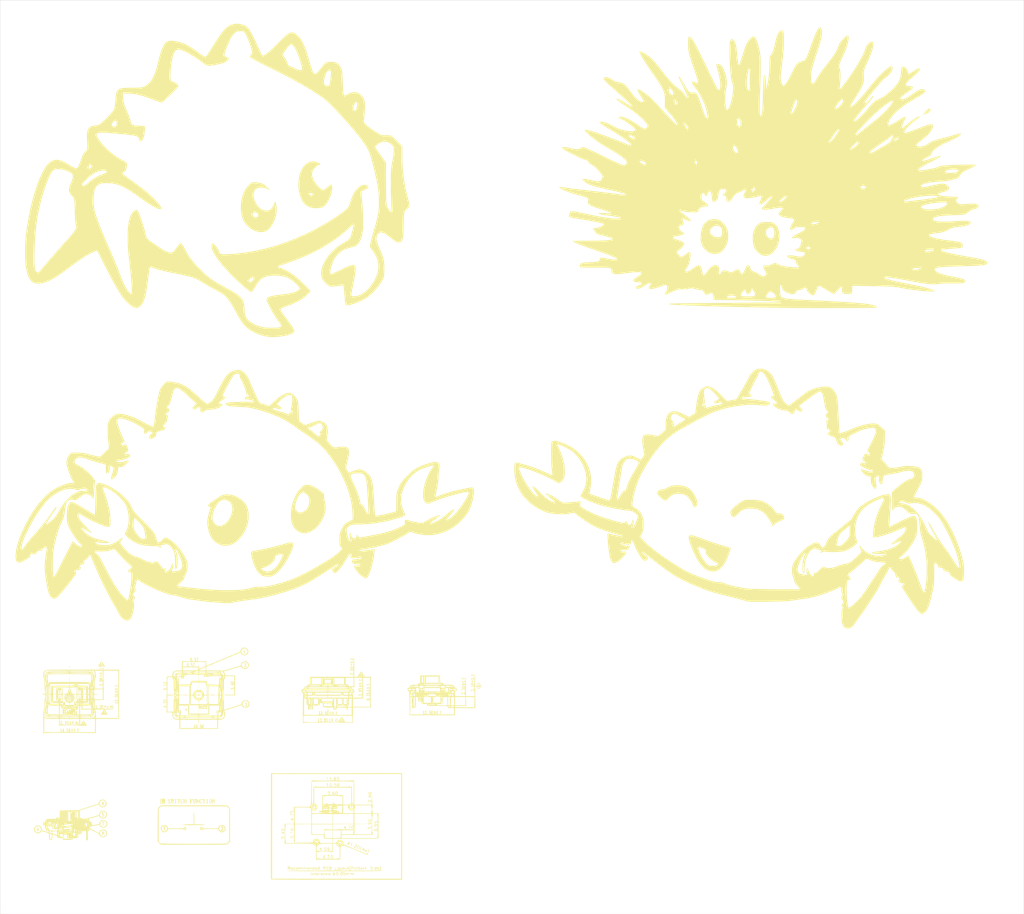
<source format=kicad_pcb>
(kicad_pcb (version 20171130) (host pcbnew 5.1.6)
  (layers (0 F.Cu signal) (31 B.Cu signal) (34 B.Paste user) (35 F.Paste user) (36 B.SilkS user) (37 F.SilkS user) (38 B.Mask user) (39 F.Mask user) (44 Edge.Cuts user))
  (net 0 "")
  (module silkscreens:pg1232_footprint (layer F.Cu) (at 80 179)
    (fp_text reference REF** hide)
    (fp_text value silk_pg1232_footprint hide)
  )
  (module silkscreens:pg1232_schematic (layer F.Cu) (at 52 179)
    (fp_text reference REF** hide)
    (fp_text value silk_pg1232_schematic hide)
  )
  (module silkscreens:pg1232_side (layer F.Cu) (at 27 179)
    (fp_text reference REF** hide)
    (fp_text value silk_pg1232_side hide)
  )
  (module silkscreens:pg1232_right (layer F.Cu) (at 100 153)
    (fp_text reference REF** hide)
    (fp_text value silk_pg1232_right hide)
  )
  (module silkscreens:pg1232_left (layer F.Cu) (at 79 153)
    (fp_text reference REF** hide)
    (fp_text value silk_pg1232_left hide)
  )
  (module silkscreens:pg1232_bottom (layer F.Cu) (at 53 153)
    (fp_text reference REF** hide)
    (fp_text value silk_pg1232_bottom hide)
  )
  (module silkscreens:pg1232_top (layer F.Cu) (at 27 153)
    (fp_text reference REF** hide)
    (fp_text value silk_pg2132_top hide)
  )
  (module silkscreens:closed_eyes (layer F.Cu) (at 163 114)
    (fp_text reference G*** hide)
    (fp_text value LOGO hide)
  )
  (module silkscreens:open_eyes (layer F.Cu) (at 60 119)
    (fp_text reference G*** hide)
    (fp_text value LOGO hide)
  )
  (module silkscreens:unsafe_rust (layer F.Cu) (at 167 49)
    (fp_text reference G*** hide)
    (fp_text value LOGO hide)
  )
  (module silkscreens:safe_rust (layer F.Cu) (at 58 45)
    (fp_text reference G*** hide)
    (fp_text value LOGO hide)
  )
  (gr_line (start 13 197) (end 13 13) (layer Edge.Cuts) (width 0.05))
  (gr_line (start 219 197) (end 13 197) (layer Edge.Cuts) (width 0.05))
  (gr_line (start 219 13) (end 219 197) (layer Edge.Cuts) (width 0.05))
  (gr_line (start 13 13) (end 219 13) (layer Edge.Cuts) (width 0.05))
)
</source>
